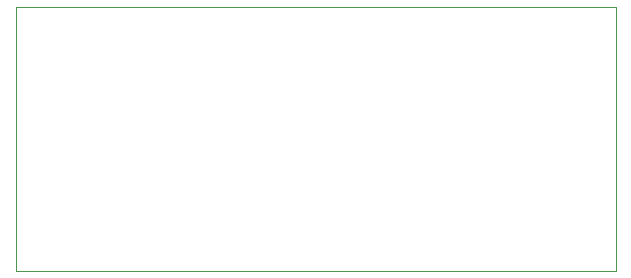
<source format=gko>
G04 Layer_Color=16711935*
%FSLAX25Y25*%
%MOIN*%
G70*
G01*
G75*
%ADD70C,0.00394*%
D70*
X0Y88000D02*
X200000D01*
X0Y0D02*
Y88000D01*
Y0D02*
X200000D01*
Y88000D01*
M02*

</source>
